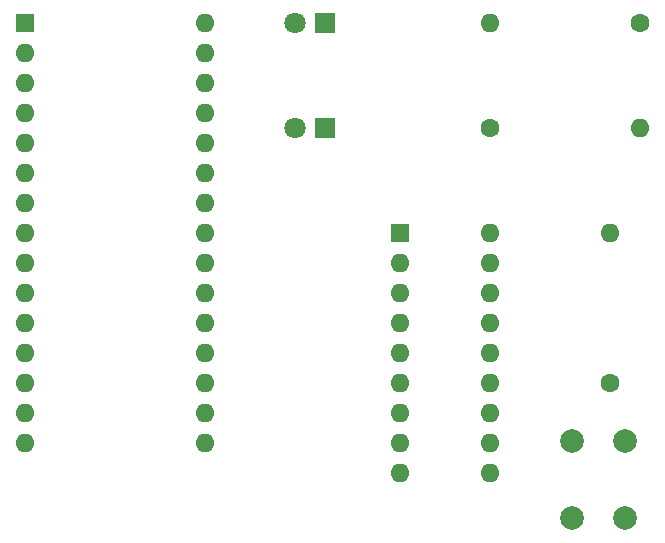
<source format=gbr>
%TF.GenerationSoftware,KiCad,Pcbnew,(5.1.10)-1*%
%TF.CreationDate,2021-07-06T22:39:24+01:00*%
%TF.ProjectId,2114_sram_tester,32313134-5f73-4726-916d-5f7465737465,rev?*%
%TF.SameCoordinates,Original*%
%TF.FileFunction,Soldermask,Bot*%
%TF.FilePolarity,Negative*%
%FSLAX46Y46*%
G04 Gerber Fmt 4.6, Leading zero omitted, Abs format (unit mm)*
G04 Created by KiCad (PCBNEW (5.1.10)-1) date 2021-07-06 22:39:24*
%MOMM*%
%LPD*%
G01*
G04 APERTURE LIST*
%ADD10C,2.000000*%
%ADD11O,1.600000X1.600000*%
%ADD12C,1.600000*%
%ADD13R,1.600000X1.600000*%
%ADD14C,1.800000*%
%ADD15R,1.800000X1.800000*%
G04 APERTURE END LIST*
D10*
%TO.C,SW1*%
X145360000Y-97640000D03*
X149860000Y-97640000D03*
X145360000Y-104140000D03*
X149860000Y-104140000D03*
%TD*%
D11*
%TO.C,R3*%
X148590000Y-80010000D03*
D12*
X148590000Y-92710000D03*
%TD*%
D11*
%TO.C,R2*%
X151130000Y-71120000D03*
D12*
X138430000Y-71120000D03*
%TD*%
D11*
%TO.C,R1*%
X138430000Y-62230000D03*
D12*
X151130000Y-62230000D03*
%TD*%
D11*
%TO.C,A1*%
X114300000Y-97790000D03*
X99060000Y-97790000D03*
X114300000Y-62230000D03*
X99060000Y-95250000D03*
X114300000Y-64770000D03*
X99060000Y-92710000D03*
X114300000Y-67310000D03*
X99060000Y-90170000D03*
X114300000Y-69850000D03*
X99060000Y-87630000D03*
X114300000Y-72390000D03*
X99060000Y-85090000D03*
X114300000Y-74930000D03*
X99060000Y-82550000D03*
X114300000Y-77470000D03*
X99060000Y-80010000D03*
X114300000Y-80010000D03*
X99060000Y-77470000D03*
X114300000Y-82550000D03*
X99060000Y-74930000D03*
X114300000Y-85090000D03*
X99060000Y-72390000D03*
X114300000Y-87630000D03*
X99060000Y-69850000D03*
X114300000Y-90170000D03*
X99060000Y-67310000D03*
X114300000Y-92710000D03*
X99060000Y-64770000D03*
X114300000Y-95250000D03*
D13*
X99060000Y-62230000D03*
%TD*%
D11*
%TO.C,J1*%
X138430000Y-80010000D03*
X130810000Y-100330000D03*
X138430000Y-82550000D03*
X130810000Y-97790000D03*
X138430000Y-85090000D03*
X130810000Y-95250000D03*
X138430000Y-87630000D03*
X130810000Y-92710000D03*
X138430000Y-90170000D03*
X130810000Y-90170000D03*
X138430000Y-92710000D03*
X130810000Y-87630000D03*
X138430000Y-95250000D03*
X130810000Y-85090000D03*
X138430000Y-97790000D03*
X130810000Y-82550000D03*
X138430000Y-100330000D03*
D13*
X130810000Y-80010000D03*
%TD*%
D14*
%TO.C,D2*%
X121920000Y-71120000D03*
D15*
X124460000Y-71120000D03*
%TD*%
D14*
%TO.C,D1*%
X121920000Y-62230000D03*
D15*
X124460000Y-62230000D03*
%TD*%
M02*

</source>
